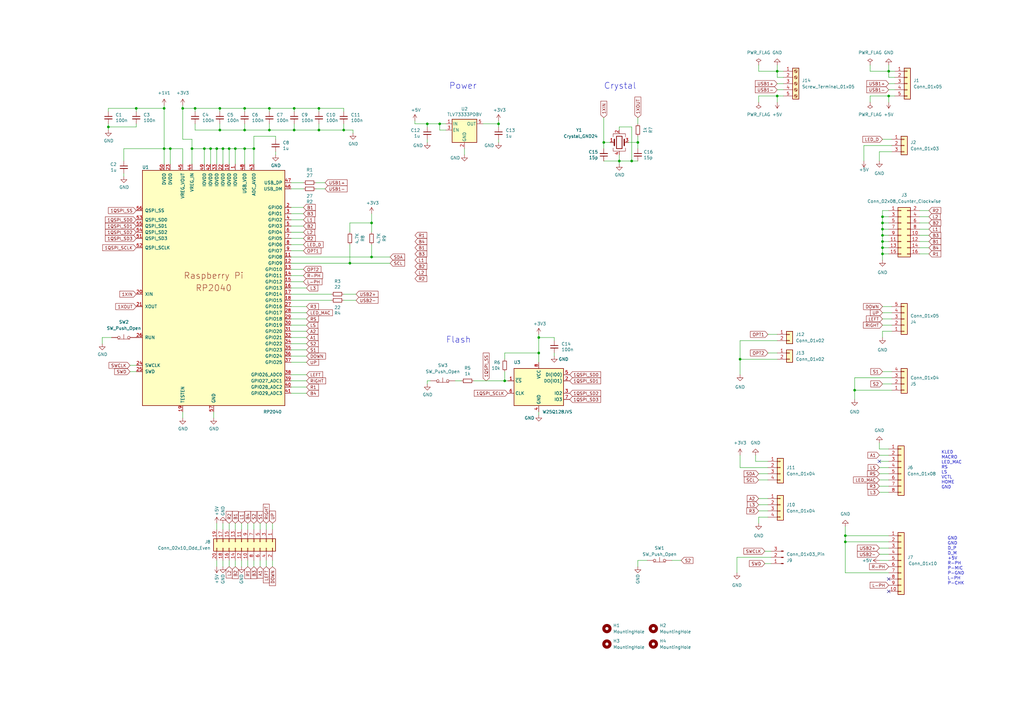
<source format=kicad_sch>
(kicad_sch (version 20230121) (generator eeschema)
  (paper "A3")
  (junction (at 130.81 44.45))
  (junction (at 204.47 50.8))
  (junction (at 67.31 44.45))
  (junction (at 83.82 60.96))
  (junction (at 91.44 60.96))
  (junction (at 259.08 66.04))
  (junction (at 152.4 91.44))
  (junction (at 86.36 60.96))
  (junction (at 350.52 160.02))
  (junction (at 90.17 53.34))
  (junction (at 361.95 96.52))
  (junction (at 361.95 93.98))
  (junction (at 80.01 44.45))
  (junction (at 152.4 105.41))
  (junction (at 93.98 60.96))
  (junction (at 104.14 60.96))
  (junction (at 254 66.04))
  (junction (at 130.81 53.34))
  (junction (at 303.53 147.32))
  (junction (at 247.65 58.42))
  (junction (at 100.33 44.45))
  (junction (at 364.49 39.37))
  (junction (at 318.77 39.37))
  (junction (at 346.71 219.71))
  (junction (at 220.98 144.78))
  (junction (at 361.95 99.06))
  (junction (at 120.65 53.34))
  (junction (at 96.52 60.96))
  (junction (at 261.62 58.42))
  (junction (at 100.33 53.34))
  (junction (at 110.49 44.45))
  (junction (at 143.51 107.95))
  (junction (at 220.98 138.43))
  (junction (at 74.93 44.45))
  (junction (at 207.01 156.21))
  (junction (at 44.45 52.07))
  (junction (at 361.95 101.6))
  (junction (at 69.85 60.96))
  (junction (at 318.77 29.21))
  (junction (at 361.95 91.44))
  (junction (at 180.34 50.8))
  (junction (at 120.65 44.45))
  (junction (at 67.31 60.96))
  (junction (at 55.88 44.45))
  (junction (at 361.95 88.9))
  (junction (at 175.26 50.8))
  (junction (at 88.9 60.96))
  (junction (at 78.74 60.96))
  (junction (at 110.49 53.34))
  (junction (at 100.33 60.96))
  (junction (at 364.49 29.21))
  (junction (at 140.97 53.34))
  (junction (at 346.71 222.25))
  (junction (at 361.95 104.14))
  (junction (at 90.17 44.45))
  (no_connect (at 360.68 189.23))
  (no_connect (at 364.49 242.57))
  (no_connect (at 364.49 237.49))
  (wire (pts (xy 110.49 44.45) (xy 120.65 44.45)))
  (wire (pts (xy 88.9 214.63) (xy 88.9 217.17)))
  (wire (pts (xy 119.38 123.19) (xy 135.89 123.19)))
  (wire (pts (xy 93.98 232.41) (xy 93.98 229.87)))
  (wire (pts (xy 69.85 60.96) (xy 69.85 67.31)))
  (wire (pts (xy 364.49 36.83) (xy 367.03 36.83)))
  (wire (pts (xy 91.44 232.41) (xy 91.44 229.87)))
  (wire (pts (xy 257.81 58.42) (xy 261.62 58.42)))
  (wire (pts (xy 365.76 59.69) (xy 354.33 59.69)))
  (wire (pts (xy 361.95 135.89) (xy 365.76 135.89)))
  (wire (pts (xy 321.31 39.37) (xy 318.77 39.37)))
  (wire (pts (xy 100.33 60.96) (xy 104.14 60.96)))
  (wire (pts (xy 364.49 91.44) (xy 361.95 91.44)))
  (wire (pts (xy 254 66.04) (xy 254 67.31)))
  (wire (pts (xy 143.51 95.25) (xy 143.51 91.44)))
  (wire (pts (xy 144.78 53.34) (xy 144.78 54.61)))
  (wire (pts (xy 110.49 53.34) (xy 120.65 53.34)))
  (wire (pts (xy 311.15 41.91) (xy 311.15 39.37)))
  (wire (pts (xy 119.38 105.41) (xy 152.4 105.41)))
  (wire (pts (xy 302.26 234.95) (xy 302.26 228.6)))
  (wire (pts (xy 140.97 45.72) (xy 140.97 44.45)))
  (wire (pts (xy 119.38 102.87) (xy 124.46 102.87)))
  (wire (pts (xy 67.31 60.96) (xy 69.85 60.96)))
  (wire (pts (xy 314.96 137.16) (xy 318.77 137.16)))
  (wire (pts (xy 125.73 133.35) (xy 119.38 133.35)))
  (wire (pts (xy 309.88 186.69) (xy 309.88 189.23)))
  (wire (pts (xy 377.19 99.06) (xy 381 99.06)))
  (wire (pts (xy 74.93 60.96) (xy 74.93 67.31)))
  (wire (pts (xy 361.95 125.73) (xy 365.76 125.73)))
  (wire (pts (xy 80.01 44.45) (xy 90.17 44.45)))
  (wire (pts (xy 80.01 45.72) (xy 80.01 44.45)))
  (wire (pts (xy 314.96 212.09) (xy 311.15 212.09)))
  (wire (pts (xy 120.65 50.8) (xy 120.65 53.34)))
  (wire (pts (xy 261.62 229.87) (xy 261.62 232.41)))
  (wire (pts (xy 361.95 104.14) (xy 361.95 101.6)))
  (wire (pts (xy 119.38 146.05) (xy 125.73 146.05)))
  (wire (pts (xy 364.49 39.37) (xy 364.49 41.91)))
  (wire (pts (xy 265.43 229.87) (xy 261.62 229.87)))
  (wire (pts (xy 152.4 87.63) (xy 152.4 91.44)))
  (wire (pts (xy 364.49 101.6) (xy 361.95 101.6)))
  (wire (pts (xy 129.54 74.93) (xy 133.35 74.93)))
  (wire (pts (xy 143.51 91.44) (xy 152.4 91.44)))
  (wire (pts (xy 93.98 214.63) (xy 93.98 217.17)))
  (wire (pts (xy 361.95 86.36) (xy 364.49 86.36)))
  (wire (pts (xy 259.08 66.04) (xy 254 66.04)))
  (wire (pts (xy 377.19 104.14) (xy 381 104.14)))
  (wire (pts (xy 356.87 41.91) (xy 356.87 39.37)))
  (wire (pts (xy 361.95 57.15) (xy 365.76 57.15)))
  (wire (pts (xy 311.15 212.09) (xy 311.15 214.63)))
  (wire (pts (xy 360.68 194.31) (xy 364.49 194.31)))
  (wire (pts (xy 78.74 57.15) (xy 74.93 57.15)))
  (wire (pts (xy 360.68 66.04) (xy 360.68 62.23)))
  (wire (pts (xy 364.49 104.14) (xy 361.95 104.14)))
  (wire (pts (xy 360.68 199.39) (xy 364.49 199.39)))
  (wire (pts (xy 364.49 29.21) (xy 364.49 26.67)))
  (wire (pts (xy 69.85 60.96) (xy 74.93 60.96)))
  (wire (pts (xy 303.53 139.7) (xy 318.77 139.7)))
  (wire (pts (xy 140.97 53.34) (xy 144.78 53.34)))
  (wire (pts (xy 311.15 39.37) (xy 318.77 39.37)))
  (wire (pts (xy 93.98 67.31) (xy 93.98 60.96)))
  (wire (pts (xy 220.98 144.78) (xy 220.98 138.43)))
  (wire (pts (xy 254 63.5) (xy 254 66.04)))
  (wire (pts (xy 124.46 100.33) (xy 119.38 100.33)))
  (wire (pts (xy 361.95 135.89) (xy 361.95 138.43)))
  (wire (pts (xy 74.93 57.15) (xy 74.93 44.45)))
  (wire (pts (xy 204.47 49.53) (xy 204.47 50.8)))
  (wire (pts (xy 361.95 99.06) (xy 361.95 96.52)))
  (wire (pts (xy 125.73 138.43) (xy 119.38 138.43)))
  (wire (pts (xy 360.68 201.93) (xy 364.49 201.93)))
  (wire (pts (xy 361.95 106.68) (xy 361.95 104.14)))
  (wire (pts (xy 346.71 219.71) (xy 346.71 215.9)))
  (wire (pts (xy 83.82 60.96) (xy 86.36 60.96)))
  (wire (pts (xy 100.33 67.31) (xy 100.33 60.96)))
  (wire (pts (xy 113.03 62.23) (xy 113.03 63.5)))
  (wire (pts (xy 99.06 232.41) (xy 99.06 229.87)))
  (wire (pts (xy 78.74 67.31) (xy 78.74 60.96)))
  (wire (pts (xy 99.06 214.63) (xy 99.06 217.17)))
  (wire (pts (xy 119.38 107.95) (xy 143.51 107.95)))
  (wire (pts (xy 254 52.07) (xy 259.08 52.07)))
  (wire (pts (xy 170.18 50.8) (xy 170.18 49.53)))
  (wire (pts (xy 356.87 26.67) (xy 356.87 29.21)))
  (wire (pts (xy 78.74 60.96) (xy 78.74 57.15)))
  (wire (pts (xy 111.76 214.63) (xy 111.76 217.17)))
  (wire (pts (xy 143.51 100.33) (xy 143.51 107.95)))
  (wire (pts (xy 100.33 50.8) (xy 100.33 53.34)))
  (wire (pts (xy 78.74 60.96) (xy 83.82 60.96)))
  (wire (pts (xy 55.88 44.45) (xy 67.31 44.45)))
  (wire (pts (xy 207.01 152.4) (xy 207.01 156.21)))
  (wire (pts (xy 110.49 45.72) (xy 110.49 44.45)))
  (wire (pts (xy 120.65 45.72) (xy 120.65 44.45)))
  (wire (pts (xy 55.88 45.72) (xy 55.88 44.45)))
  (wire (pts (xy 361.95 91.44) (xy 361.95 88.9)))
  (wire (pts (xy 100.33 45.72) (xy 100.33 44.45)))
  (wire (pts (xy 100.33 53.34) (xy 110.49 53.34)))
  (wire (pts (xy 119.38 77.47) (xy 124.46 77.47)))
  (wire (pts (xy 125.73 125.73) (xy 119.38 125.73)))
  (wire (pts (xy 124.46 110.49) (xy 119.38 110.49)))
  (wire (pts (xy 367.03 31.75) (xy 364.49 31.75)))
  (wire (pts (xy 220.98 138.43) (xy 227.33 138.43)))
  (wire (pts (xy 93.98 60.96) (xy 96.52 60.96)))
  (wire (pts (xy 346.71 219.71) (xy 364.49 219.71)))
  (wire (pts (xy 44.45 44.45) (xy 55.88 44.45)))
  (wire (pts (xy 311.15 26.67) (xy 311.15 29.21)))
  (wire (pts (xy 365.76 160.02) (xy 350.52 160.02)))
  (wire (pts (xy 361.95 128.27) (xy 365.76 128.27)))
  (wire (pts (xy 119.38 158.75) (xy 125.73 158.75)))
  (wire (pts (xy 318.77 29.21) (xy 321.31 29.21)))
  (wire (pts (xy 175.26 156.21) (xy 176.53 156.21)))
  (wire (pts (xy 303.53 191.77) (xy 303.53 186.69)))
  (wire (pts (xy 360.68 196.85) (xy 364.49 196.85)))
  (wire (pts (xy 350.52 154.94) (xy 350.52 160.02)))
  (wire (pts (xy 124.46 90.17) (xy 119.38 90.17)))
  (wire (pts (xy 143.51 107.95) (xy 160.02 107.95)))
  (wire (pts (xy 311.15 204.47) (xy 314.96 204.47)))
  (wire (pts (xy 361.95 96.52) (xy 361.95 93.98)))
  (wire (pts (xy 96.52 232.41) (xy 96.52 229.87)))
  (wire (pts (xy 220.98 168.91) (xy 220.98 170.18)))
  (wire (pts (xy 364.49 31.75) (xy 364.49 29.21)))
  (wire (pts (xy 120.65 44.45) (xy 130.81 44.45)))
  (wire (pts (xy 247.65 58.42) (xy 247.65 60.96)))
  (wire (pts (xy 129.54 77.47) (xy 133.35 77.47)))
  (wire (pts (xy 350.52 160.02) (xy 350.52 163.83)))
  (wire (pts (xy 109.22 214.63) (xy 109.22 217.17)))
  (wire (pts (xy 175.26 57.15) (xy 175.26 58.42)))
  (wire (pts (xy 44.45 50.8) (xy 44.45 52.07)))
  (wire (pts (xy 220.98 144.78) (xy 220.98 148.59)))
  (wire (pts (xy 90.17 50.8) (xy 90.17 53.34)))
  (wire (pts (xy 44.45 52.07) (xy 44.45 53.34)))
  (wire (pts (xy 247.65 66.04) (xy 254 66.04)))
  (wire (pts (xy 204.47 57.15) (xy 204.47 58.42)))
  (wire (pts (xy 44.45 52.07) (xy 55.88 52.07)))
  (wire (pts (xy 311.15 29.21) (xy 318.77 29.21)))
  (wire (pts (xy 88.9 232.41) (xy 88.9 229.87)))
  (wire (pts (xy 377.19 88.9) (xy 381 88.9)))
  (wire (pts (xy 130.81 44.45) (xy 140.97 44.45)))
  (wire (pts (xy 361.95 133.35) (xy 365.76 133.35)))
  (wire (pts (xy 377.19 96.52) (xy 381 96.52)))
  (wire (pts (xy 254 53.34) (xy 254 52.07)))
  (wire (pts (xy 109.22 232.41) (xy 109.22 229.87)))
  (wire (pts (xy 130.81 50.8) (xy 130.81 53.34)))
  (wire (pts (xy 124.46 113.03) (xy 119.38 113.03)))
  (wire (pts (xy 91.44 60.96) (xy 93.98 60.96)))
  (wire (pts (xy 119.38 135.89) (xy 125.73 135.89)))
  (wire (pts (xy 207.01 144.78) (xy 220.98 144.78)))
  (wire (pts (xy 261.62 58.42) (xy 261.62 60.96)))
  (wire (pts (xy 140.97 123.19) (xy 146.05 123.19)))
  (wire (pts (xy 96.52 60.96) (xy 100.33 60.96)))
  (wire (pts (xy 311.15 207.01) (xy 314.96 207.01)))
  (wire (pts (xy 119.38 156.21) (xy 125.73 156.21)))
  (wire (pts (xy 356.87 29.21) (xy 364.49 29.21)))
  (wire (pts (xy 227.33 138.43) (xy 227.33 139.7)))
  (wire (pts (xy 361.95 157.48) (xy 365.76 157.48)))
  (wire (pts (xy 361.95 88.9) (xy 361.95 86.36)))
  (wire (pts (xy 119.38 120.65) (xy 135.89 120.65)))
  (wire (pts (xy 261.62 66.04) (xy 259.08 66.04)))
  (wire (pts (xy 377.19 101.6) (xy 381 101.6)))
  (wire (pts (xy 124.46 92.71) (xy 119.38 92.71)))
  (wire (pts (xy 364.49 96.52) (xy 361.95 96.52)))
  (wire (pts (xy 74.93 168.91) (xy 74.93 171.45)))
  (wire (pts (xy 119.38 140.97) (xy 125.73 140.97)))
  (wire (pts (xy 119.38 74.93) (xy 124.46 74.93)))
  (wire (pts (xy 87.63 168.91) (xy 87.63 171.45)))
  (wire (pts (xy 124.46 95.25) (xy 119.38 95.25)))
  (wire (pts (xy 190.5 60.96) (xy 190.5 63.5)))
  (wire (pts (xy 106.68 232.41) (xy 106.68 229.87)))
  (wire (pts (xy 361.95 93.98) (xy 361.95 91.44)))
  (wire (pts (xy 367.03 39.37) (xy 364.49 39.37)))
  (wire (pts (xy 360.68 227.33) (xy 364.49 227.33)))
  (wire (pts (xy 261.62 50.8) (xy 261.62 48.26)))
  (wire (pts (xy 247.65 48.26) (xy 247.65 58.42)))
  (wire (pts (xy 125.73 118.11) (xy 119.38 118.11)))
  (wire (pts (xy 74.93 43.18) (xy 74.93 44.45)))
  (wire (pts (xy 124.46 97.79) (xy 119.38 97.79)))
  (wire (pts (xy 361.95 101.6) (xy 361.95 99.06)))
  (wire (pts (xy 41.91 138.43) (xy 41.91 140.97)))
  (wire (pts (xy 111.76 232.41) (xy 111.76 229.87)))
  (wire (pts (xy 182.88 53.34) (xy 180.34 53.34)))
  (wire (pts (xy 101.6 214.63) (xy 101.6 217.17)))
  (wire (pts (xy 346.71 222.25) (xy 364.49 222.25)))
  (wire (pts (xy 186.69 156.21) (xy 189.23 156.21)))
  (wire (pts (xy 360.68 229.87) (xy 364.49 229.87)))
  (wire (pts (xy 101.6 232.41) (xy 101.6 229.87)))
  (wire (pts (xy 364.49 88.9) (xy 361.95 88.9)))
  (wire (pts (xy 152.4 105.41) (xy 160.02 105.41)))
  (wire (pts (xy 119.38 143.51) (xy 125.73 143.51)))
  (wire (pts (xy 119.38 153.67) (xy 125.73 153.67)))
  (wire (pts (xy 318.77 31.75) (xy 318.77 29.21)))
  (wire (pts (xy 311.15 196.85) (xy 314.96 196.85)))
  (wire (pts (xy 220.98 138.43) (xy 220.98 137.16)))
  (wire (pts (xy 104.14 214.63) (xy 104.14 217.17)))
  (wire (pts (xy 318.77 39.37) (xy 318.77 41.91)))
  (wire (pts (xy 364.49 99.06) (xy 361.95 99.06)))
  (wire (pts (xy 318.77 29.21) (xy 318.77 26.67)))
  (wire (pts (xy 318.77 147.32) (xy 303.53 147.32)))
  (wire (pts (xy 86.36 60.96) (xy 88.9 60.96)))
  (wire (pts (xy 318.77 34.29) (xy 321.31 34.29)))
  (wire (pts (xy 83.82 67.31) (xy 83.82 60.96)))
  (wire (pts (xy 53.34 149.86) (xy 55.88 149.86)))
  (wire (pts (xy 124.46 115.57) (xy 119.38 115.57)))
  (wire (pts (xy 152.4 91.44) (xy 152.4 95.25)))
  (wire (pts (xy 119.38 161.29) (xy 125.73 161.29)))
  (wire (pts (xy 119.38 148.59) (xy 125.73 148.59)))
  (wire (pts (xy 100.33 44.45) (xy 110.49 44.45)))
  (wire (pts (xy 354.33 59.69) (xy 354.33 66.04)))
  (wire (pts (xy 364.49 184.15) (xy 360.68 184.15)))
  (wire (pts (xy 377.19 93.98) (xy 381 93.98)))
  (wire (pts (xy 55.88 52.07) (xy 55.88 50.8)))
  (wire (pts (xy 90.17 53.34) (xy 100.33 53.34)))
  (wire (pts (xy 80.01 50.8) (xy 80.01 53.34)))
  (wire (pts (xy 182.88 50.8) (xy 180.34 50.8)))
  (wire (pts (xy 303.53 147.32) (xy 303.53 153.67)))
  (wire (pts (xy 130.81 45.72) (xy 130.81 44.45)))
  (wire (pts (xy 250.19 58.42) (xy 247.65 58.42)))
  (wire (pts (xy 313.69 226.06) (xy 316.23 226.06)))
  (wire (pts (xy 67.31 43.18) (xy 67.31 44.45)))
  (wire (pts (xy 96.52 214.63) (xy 96.52 217.17)))
  (wire (pts (xy 180.34 53.34) (xy 180.34 50.8)))
  (wire (pts (xy 360.68 189.23) (xy 364.49 189.23)))
  (wire (pts (xy 110.49 50.8) (xy 110.49 53.34)))
  (wire (pts (xy 50.8 60.96) (xy 67.31 60.96)))
  (wire (pts (xy 45.72 138.43) (xy 41.91 138.43)))
  (wire (pts (xy 124.46 87.63) (xy 119.38 87.63)))
  (wire (pts (xy 302.26 228.6) (xy 316.23 228.6)))
  (wire (pts (xy 91.44 67.31) (xy 91.44 60.96)))
  (wire (pts (xy 130.81 53.34) (xy 140.97 53.34)))
  (wire (pts (xy 50.8 66.04) (xy 50.8 60.96)))
  (wire (pts (xy 377.19 86.36) (xy 381 86.36)))
  (wire (pts (xy 90.17 44.45) (xy 100.33 44.45)))
  (wire (pts (xy 74.93 44.45) (xy 80.01 44.45)))
  (wire (pts (xy 346.71 219.71) (xy 346.71 222.25)))
  (wire (pts (xy 50.8 71.12) (xy 50.8 72.39)))
  (wire (pts (xy 207.01 147.32) (xy 207.01 144.78)))
  (wire (pts (xy 207.01 156.21) (xy 208.28 156.21)))
  (wire (pts (xy 90.17 53.34) (xy 80.01 53.34)))
  (wire (pts (xy 140.97 50.8) (xy 140.97 53.34)))
  (wire (pts (xy 311.15 194.31) (xy 314.96 194.31)))
  (wire (pts (xy 261.62 58.42) (xy 261.62 55.88)))
  (wire (pts (xy 360.68 184.15) (xy 360.68 181.61)))
  (wire (pts (xy 321.31 31.75) (xy 318.77 31.75)))
  (wire (pts (xy 67.31 60.96) (xy 67.31 67.31)))
  (wire (pts (xy 124.46 85.09) (xy 119.38 85.09)))
  (wire (pts (xy 170.18 50.8) (xy 175.26 50.8)))
  (wire (pts (xy 175.26 52.07) (xy 175.26 50.8)))
  (wire (pts (xy 198.12 50.8) (xy 204.47 50.8)))
  (wire (pts (xy 53.34 152.4) (xy 55.88 152.4)))
  (wire (pts (xy 106.68 214.63) (xy 106.68 217.17)))
  (wire (pts (xy 175.26 156.21) (xy 175.26 157.48)))
  (wire (pts (xy 204.47 50.8) (xy 204.47 52.07)))
  (wire (pts (xy 311.15 209.55) (xy 314.96 209.55)))
  (wire (pts (xy 119.38 128.27) (xy 125.73 128.27)))
  (wire (pts (xy 88.9 60.96) (xy 91.44 60.96)))
  (wire (pts (xy 96.52 67.31) (xy 96.52 60.96)))
  (wire (pts (xy 91.44 214.63) (xy 91.44 217.17)))
  (wire (pts (xy 120.65 53.34) (xy 130.81 53.34)))
  (wire (pts (xy 360.68 186.69) (xy 364.49 186.69)))
  (wire (pts (xy 314.96 144.78) (xy 318.77 144.78)))
  (wire (pts (xy 259.08 52.07) (xy 259.08 66.04)))
  (wire (pts (xy 125.73 130.81) (xy 119.38 130.81)))
  (wire (pts (xy 104.14 55.88) (xy 113.03 55.88)))
  (wire (pts (xy 364.49 29.21) (xy 367.03 29.21)))
  (wire (pts (xy 227.33 144.78) (xy 227.33 146.05)))
  (wire (pts (xy 346.71 222.25) (xy 346.71 234.95)))
  (wire (pts (xy 365.76 154.94) (xy 350.52 154.94)))
  (wire (pts (xy 318.77 36.83) (xy 321.31 36.83)))
  (wire (pts (xy 361.95 130.81) (xy 365.76 130.81)))
  (wire (pts (xy 194.31 156.21) (xy 207.01 156.21)))
  (wire (pts (xy 86.36 67.31) (xy 86.36 60.96)))
  (wire (pts (xy 360.68 224.79) (xy 364.49 224.79)))
  (wire (pts (xy 303.53 139.7) (xy 303.53 147.32)))
  (wire (pts (xy 90.17 45.72) (xy 90.17 44.45)))
  (wire (pts (xy 346.71 234.95) (xy 364.49 234.95)))
  (wire (pts (xy 175.26 50.8) (xy 180.34 50.8)))
  (wire (pts (xy 360.68 191.77) (xy 364.49 191.77)))
  (wire (pts (xy 303.53 191.77) (xy 314.96 191.77)))
  (wire (pts (xy 104.14 232.41) (xy 104.14 229.87)))
  (wire (pts (xy 356.87 39.37) (xy 364.49 39.37)))
  (wire (pts (xy 113.03 57.15) (xy 113.03 55.88)))
  (wire (pts (xy 104.14 55.88) (xy 104.14 60.96)))
  (wire (pts (xy 364.49 93.98) (xy 361.95 93.98)))
  (wire (pts (xy 44.45 45.72) (xy 44.45 44.45)))
  (wire (pts (xy 364.49 34.29) (xy 367.03 34.29)))
  (wire (pts (xy 279.4 229.87) (xy 275.59 229.87)))
  (wire (pts (xy 377.19 91.44) (xy 381 91.44)))
  (wire (pts (xy 313.69 231.14) (xy 316.23 231.14)))
  (wire (pts (xy 88.9 67.31) (xy 88.9 60.96)))
  (wire (pts (xy 360.68 62.23) (xy 365.76 62.23)))
  (wire (pts (xy 152.4 100.33) (xy 152.4 105.41)))
  (wire (pts (xy 309.88 189.23) (xy 314.96 189.23)))
  (wire (pts (xy 67.31 44.45) (xy 67.31 60.96)))
  (wire (pts (xy 104.14 60.96) (xy 104.14 67.31)))
  (wire (pts (xy 361.95 152.4) (xy 365.76 152.4)))
  (wire (pts (xy 140.97 120.65) (xy 146.05 120.65)))
  (text "Power" (at 184.15 36.83 0) (effects (font (size 2.54 2.54)) (justify left bottom)))
  (text "Crystal" (at 247.65 36.83 0) (effects (font (size 2.54 2.54)) (justify left bottom)))
  (text "GND\nGND\nD_P\nD_M\n+5V\nR-PH\nP-MIC\nP-GND\nL-PH\nP-CHK" (at 388.62 240.03 0) (effects (font (size 1.27 1.27)) (justify left bottom)))
  (text "KLED\nMACRO\nLED_MAC\nRS\nLS\nVCTL\nHOME\nGND" (at 386.08 200.66 0) (effects (font (size 1.27 1.27)) (justify left bottom)))
  (text "Flash" (at 182.88 140.97 0) (effects (font (size 2.54 2.54)) (justify left bottom)))
  (global_label "A1" (shape input) (at 106.68 232.41 270) (property "Intersheetrefs" "${INTERSHEET_REFS}" (effects hide)))
  (global_label "SDA" (shape input) (at 160.02 105.41 0) (property "Intersheetrefs" "${INTERSHEET_REFS}" (effects hide)))
  (global_label "USB1+" (shape input) (at 133.35 74.93 0) (property "Intersheetrefs" "${INTERSHEET_REFS}" (effects hide)))
  (global_label "1QSPI_SS" (shape input) (at 199.39 156.21 90) (property "Intersheetrefs" "${INTERSHEET_REFS}" (effects hide)))
  (global_label "1QSPI_SD1" (shape input) (at 55.88 92.71 180) (property "Intersheetrefs" "${INTERSHEET_REFS}" (effects hide)))
  (global_label "SWD" (shape input) (at 53.34 152.4 180) (property "Intersheetrefs" "${INTERSHEET_REFS}" (effects hide)))
  (global_label "USB1-" (shape input) (at 318.77 36.83 180) (property "Intersheetrefs" "${INTERSHEET_REFS}" (effects hide)))
  (global_label "1XIN" (shape input) (at 55.88 120.65 180) (property "Intersheetrefs" "${INTERSHEET_REFS}" (effects hide)))
  (global_label "SCL" (shape input) (at 160.02 107.95 0) (property "Intersheetrefs" "${INTERSHEET_REFS}" (effects hide)))
  (global_label "S2" (shape input) (at 279.4 229.87 0) (property "Intersheetrefs" "${INTERSHEET_REFS}" (effects hide)))
  (global_label "USB1-" (shape input) (at 133.35 77.47 0) (property "Intersheetrefs" "${INTERSHEET_REFS}" (effects hide)))
  (global_label "OPT2" (shape input) (at 124.46 110.49 0) (property "Intersheetrefs" "${INTERSHEET_REFS}" (effects hide)))
  (global_label "R2" (shape input) (at 124.46 97.79 0) (property "Intersheetrefs" "${INTERSHEET_REFS}" (effects hide)))
  (global_label "LED_D" (shape input) (at 124.46 100.33 0) (property "Intersheetrefs" "${INTERSHEET_REFS}" (effects hide)))
  (global_label "B4" (shape input) (at 381 101.6 0) (property "Intersheetrefs" "${INTERSHEET_REFS}" (effects hide)))
  (global_label "S1" (shape input) (at 106.68 214.63 90) (property "Intersheetrefs" "${INTERSHEET_REFS}" (effects hide)))
  (global_label "1QSPI_SCLK" (shape input) (at 55.88 101.6 180) (property "Intersheetrefs" "${INTERSHEET_REFS}" (effects hide)))
  (global_label "1QSPI_SD3" (shape input) (at 55.88 97.79 180) (property "Intersheetrefs" "${INTERSHEET_REFS}" (effects hide)))
  (global_label "A2" (shape input) (at 311.15 204.47 180) (property "Intersheetrefs" "${INTERSHEET_REFS}" (effects hide)))
  (global_label "R1" (shape input) (at 101.6 232.41 270) (property "Intersheetrefs" "${INTERSHEET_REFS}" (effects hide)))
  (global_label "B2" (shape input) (at 96.52 232.41 270) (property "Intersheetrefs" "${INTERSHEET_REFS}" (effects hide)))
  (global_label "SWCLK" (shape input) (at 53.34 149.86 180) (property "Intersheetrefs" "${INTERSHEET_REFS}" (effects hide)))
  (global_label "LED_D" (shape input) (at 361.95 57.15 180) (property "Intersheetrefs" "${INTERSHEET_REFS}" (effects hide)))
  (global_label "B4" (shape input) (at 125.73 161.29 0) (property "Intersheetrefs" "${INTERSHEET_REFS}" (effects hide)))
  (global_label "R2" (shape input) (at 381 86.36 0) (property "Intersheetrefs" "${INTERSHEET_REFS}" (effects hide)))
  (global_label "1XOUT" (shape input) (at 261.62 48.26 90) (property "Intersheetrefs" "${INTERSHEET_REFS}" (effects hide)))
  (global_label "SWCLK" (shape input) (at 313.69 226.06 180) (property "Intersheetrefs" "${INTERSHEET_REFS}" (effects hide)))
  (global_label "L2" (shape input) (at 381 88.9 0) (property "Intersheetrefs" "${INTERSHEET_REFS}" (effects hide)))
  (global_label "R1" (shape input) (at 125.73 158.75 0) (property "Intersheetrefs" "${INTERSHEET_REFS}" (effects hide)))
  (global_label "R2" (shape input) (at 170.18 114.3 0) (property "Intersheetrefs" "${INTERSHEET_REFS}" (effects hide)))
  (global_label "UP" (shape input) (at 125.73 148.59 0) (property "Intersheetrefs" "${INTERSHEET_REFS}" (effects hide)))
  (global_label "L3" (shape input) (at 360.68 201.93 180) (property "Intersheetrefs" "${INTERSHEET_REFS}" (effects hide)))
  (global_label "DOWN" (shape input) (at 361.95 125.73 180) (property "Intersheetrefs" "${INTERSHEET_REFS}" (effects hide)))
  (global_label "B2" (shape input) (at 381 91.44 0) (property "Intersheetrefs" "${INTERSHEET_REFS}" (effects hide)))
  (global_label "1QSPI_SS" (shape input) (at 55.88 86.36 180) (property "Intersheetrefs" "${INTERSHEET_REFS}" (effects hide)))
  (global_label "USB2-" (shape input) (at 360.68 227.33 180) (property "Intersheetrefs" "${INTERSHEET_REFS}" (effects hide)))
  (global_label "RIGHT" (shape input) (at 361.95 133.35 180) (property "Intersheetrefs" "${INTERSHEET_REFS}" (effects hide)))
  (global_label "L3" (shape input) (at 311.15 207.01 180) (property "Intersheetrefs" "${INTERSHEET_REFS}" (effects hide)))
  (global_label "SDA" (shape input) (at 311.15 194.31 180) (property "Intersheetrefs" "${INTERSHEET_REFS}" (effects hide)))
  (global_label "B1" (shape input) (at 170.18 101.6 0) (property "Intersheetrefs" "${INTERSHEET_REFS}" (effects hide)))
  (global_label "USB1+" (shape input) (at 364.49 34.29 180) (property "Intersheetrefs" "${INTERSHEET_REFS}" (effects hide)))
  (global_label "LEFT" (shape input) (at 109.22 232.41 270) (property "Intersheetrefs" "${INTERSHEET_REFS}" (effects hide)))
  (global_label "L2" (shape input) (at 124.46 95.25 0) (property "Intersheetrefs" "${INTERSHEET_REFS}" (effects hide)))
  (global_label "LS" (shape input) (at 125.73 133.35 0) (property "Intersheetrefs" "${INTERSHEET_REFS}" (effects hide)))
  (global_label "B1" (shape input) (at 124.46 85.09 0) (property "Intersheetrefs" "${INTERSHEET_REFS}" (effects hide)))
  (global_label "1QSPI_SD1" (shape input) (at 233.68 156.21 0) (property "Intersheetrefs" "${INTERSHEET_REFS}" (effects hide)))
  (global_label "B4" (shape input) (at 170.18 99.06 0) (property "Intersheetrefs" "${INTERSHEET_REFS}" (effects hide)))
  (global_label "L-PH" (shape input) (at 364.49 240.03 180) (property "Intersheetrefs" "${INTERSHEET_REFS}" (effects hide)))
  (global_label "L-PH" (shape input) (at 124.46 115.57 0) (property "Intersheetrefs" "${INTERSHEET_REFS}" (effects hide)))
  (global_label "1QSPI_SD3" (shape input) (at 233.68 163.83 0) (property "Intersheetrefs" "${INTERSHEET_REFS}" (effects hide)))
  (global_label "L2" (shape input) (at 170.18 111.76 0) (property "Intersheetrefs" "${INTERSHEET_REFS}" (effects hide)))
  (global_label "R1" (shape input) (at 381 104.14 0) (property "Intersheetrefs" "${INTERSHEET_REFS}" (effects hide)))
  (global_label "B3" (shape input) (at 170.18 104.14 0) (property "Intersheetrefs" "${INTERSHEET_REFS}" (effects hide)))
  (global_label "USB2+" (shape input) (at 360.68 224.79 180) (property "Intersheetrefs" "${INTERSHEET_REFS}" (effects hide)))
  (global_label "B1" (shape input) (at 381 99.06 0) (property "Intersheetrefs" "${INTERSHEET_REFS}" (effects hide)))
  (global_label "USB1-" (shape input) (at 364.49 36.83 180) (property "Intersheetrefs" "${INTERSHEET_REFS}" (effects hide)))
  (global_label "SCL" (shape input) (at 311.15 196.85 180) (property "Intersheetrefs" "${INTERSHEET_REFS}" (effects hide)))
  (global_label "S2" (shape input) (at 361.95 157.48 180) (property "Intersheetrefs" "${INTERSHEET_REFS}" (effects hide)))
  (global_label "S1" (shape input) (at 125.73 143.51 0) (property "Intersheetrefs" "${INTERSHEET_REFS}" (effects hide)))
  (global_label "S2" (shape input) (at 125.73 140.97 0) (property "Intersheetrefs" "${INTERSHEET_REFS}" (effects hide)))
  (global_label "B2" (shape input) (at 170.18 109.22 0) (property "Intersheetrefs" "${INTERSHEET_REFS}" (effects hide)))
  (global_label "R3" (shape input) (at 125.73 125.73 0) (property "Intersheetrefs" "${INTERSHEET_REFS}" (effects hide)))
  (global_label "OPT1" (shape input) (at 124.46 102.87 0) (property "Intersheetrefs" "${INTERSHEET_REFS}" (effects hide)))
  (global_label "1XIN" (shape input) (at 247.65 48.26 90) (property "Intersheetrefs" "${INTERSHEET_REFS}" (effects hide)))
  (global_label "A1" (shape input) (at 125.73 138.43 0) (property "Intersheetrefs" "${INTERSHEET_REFS}" (effects hide)))
  (global_label "1QSPI_SD0" (shape input) (at 233.68 153.67 0) (property "Intersheetrefs" "${INTERSHEET_REFS}" (effects hide)))
  (global_label "RS" (shape input) (at 125.73 130.81 0) (property "Intersheetrefs" "${INTERSHEET_REFS}" (effects hide)))
  (global_label "RIGHT" (shape input) (at 125.73 156.21 0) (property "Intersheetrefs" "${INTERSHEET_REFS}" (effects hide)))
  (global_label "RS" (shape input) (at 360.68 194.31 180) (property "Intersheetrefs" "${INTERSHEET_REFS}" (effects hide)))
  (global_label "S1" (shape input) (at 361.95 152.4 180) (property "Intersheetrefs" "${INTERSHEET_REFS}" (effects hide)))
  (global_label "1QSPI_SCLK" (shape input) (at 208.28 161.29 180) (property "Intersheetrefs" "${INTERSHEET_REFS}" (effects hide)))
  (global_label "OPT1" (shape input) (at 314.96 137.16 180) (property "Intersheetrefs" "${INTERSHEET_REFS}" (effects hide)))
  (global_label "R-PH" (shape input) (at 364.49 232.41 180) (property "Intersheetrefs" "${INTERSHEET_REFS}" (effects hide)))
  (global_label "B2" (shape input) (at 124.46 92.71 0) (property "Intersheetrefs" "${INTERSHEET_REFS}" (effects hide)))
  (global_label "A2" (shape input) (at 125.73 135.89 0) (property "Intersheetrefs" "${INTERSHEET_REFS}" (effects hide)))
  (global_label "R-PH" (shape input) (at 124.46 113.03 0) (property "Intersheetrefs" "${INTERSHEET_REFS}" (effects hide)))
  (global_label "B3" (shape input) (at 124.46 87.63 0) (property "Intersheetrefs" "${INTERSHEET_REFS}" (effects hide)))
  (global_label "R2" (shape input) (at 93.98 214.63 90) (property "Intersheetrefs" "${INTERSHEET_REFS}" (effects hide)))
  (global_label "UP" (shape input) (at 361.95 128.27 180) (property "Intersheetrefs" "${INTERSHEET_REFS}" (effects hide)))
  (global_label "LEFT" (shape input) (at 125.73 153.67 0) (property "Intersheetrefs" "${INTERSHEET_REFS}" (effects hide)))
  (global_label "1QSPI_SD0" (shape input) (at 55.88 90.17 180) (property "Intersheetrefs" "${INTERSHEET_REFS}" (effects hide)))
  (global_label "RIGHT" (shape input) (at 109.22 214.63 90) (property "Intersheetrefs" "${INTERSHEET_REFS}" (effects hide)))
  (global_label "LEFT" (shape input) (at 361.95 130.81 180) (property "Intersheetrefs" "${INTERSHEET_REFS}" (effects hide)))
  (global_label "L3" (shape input) (at 125.73 118.11 0) (property "Intersheetrefs" "${INTERSHEET_REFS}" (effects hide)))
  (global_label "LED_MAC" (shape input) (at 125.73 128.27 0) (property "Intersheetrefs" "${INTERSHEET_REFS}" (effects hide)))
  (global_label "R3" (shape input) (at 311.15 209.55 180) (property "Intersheetrefs" "${INTERSHEET_REFS}" (effects hide)))
  (global_label "1XOUT" (shape input) (at 55.88 125.73 180) (property "Intersheetrefs" "${INTERSHEET_REFS}" (effects hide)))
  (global_label "L1" (shape input) (at 381 93.98 0) (property "Intersheetrefs" "${INTERSHEET_REFS}" (effects hide)))
  (global_label "R1" (shape input) (at 170.18 96.52 0) (property "Intersheetrefs" "${INTERSHEET_REFS}" (effects hide)))
  (global_label "LED_MAC" (shape input) (at 360.68 196.85 180) (property "Intersheetrefs" "${INTERSHEET_REFS}" (effects hide)))
  (global_label "L2" (shape input) (at 93.98 232.41 270) (property "Intersheetrefs" "${INTERSHEET_REFS}" (effects hide)))
  (global_label "DOWN" (shape input) (at 125.73 146.05 0) (property "Intersheetrefs" "${INTERSHEET_REFS}" (effects hide)))
  (global_label "L1" (shape input) (at 124.46 90.17 0) (property "Intersheetrefs" "${INTERSHEET_REFS}" (effects hide)))
  (global_label "USB1+" (shape input) (at 318.77 34.29 180) (property "Intersheetrefs" "${INTERSHEET_REFS}" (effects hide)))
  (global_label "B1" (shape input) (at 96.52 214.63 90) (property "Intersheetrefs" "${INTERSHEET_REFS}" (effects hide)))
  (global_label "1QSPI_SD2" (shape input) (at 55.88 95.25 180) (property "Intersheetrefs" "${INTERSHEET_REFS}" (effects hide)))
  (global_label "B3" (shape input) (at 104.14 232.41 270) (property "Intersheetrefs" "${INTERSHEET_REFS}" (effects hide)))
  (global_label "1QSPI_SD2" (shape input) (at 233.68 161.29 0) (property "Intersheetrefs" "${INTERSHEET_REFS}" (effects hide)))
  (global_label "R3" (shape input) (at 360.68 199.39 180) (property "Intersheetrefs" "${INTERSHEET_REFS}" (effects hide)))
  (global_label "L1" (shape input) (at 99.06 214.63 90) (property "Intersheetrefs" "${INTERSHEET_REFS}" (effects hide)))
  (global_label "USB2-" (shape input) (at 146.05 123.19 0) (property "Intersheetrefs" "${INTERSHEET_REFS}" (effects hide)))
  (global_label "B4" (shape input) (at 101.6 214.63 90) (property "Intersheetrefs" "${INTERSHEET_REFS}" (effects hide)))
  (global_label "A1" (shape input) (at 360.68 186.69 180) (property "Intersheetrefs" "${INTERSHEET_REFS}" (effects hide)))
  (global_label "SWD" (shape input) (at 313.69 231.14 180) (property "Intersheetrefs" "${INTERSHEET_REFS}" (effects hide)))
  (global_label "LS" (shape input) (at 360.68 191.77 180) (property "Intersheetrefs" "${INTERSHEET_REFS}" (effects hide)))
  (global_label "UP" (shape input) (at 111.76 214.63 90) (property "Intersheetrefs" "${INTERSHEET_REFS}" (effects hide)))
  (global_label "S2" (shape input) (at 104.14 214.63 90) (property "Intersheetrefs" "${INTERSHEET_REFS}" (effects hide)))
  (global_label "B3" (shape input) (at 381 96.52 0) (property "Intersheetrefs" "${INTERSHEET_REFS}" (effects hide)))
  (global_label "OPT2" (shape input) (at 314.96 144.78 180) (property "Intersheetrefs" "${INTERSHEET_REFS}" (effects hide)))
  (global_label "USB2+" (shape input) (at 146.05 120.65 0) (property "Intersheetrefs" "${INTERSHEET_REFS}" (effects hide)))
  (global_label "L1" (shape input) (at 170.18 106.68 0) (property "Intersheetrefs" "${INTERSHEET_REFS}" (effects hide)))
  (global_label "DOWN" (shape input) (at 111.76 232.41 270) (property "Intersheetrefs" "${INTERSHEET_REFS}" (effects hide)))
  (symbol (lib_id "power:+5V") (at 318.77 41.91 0) (mirror x) (unit 1)
    (property "Reference" "#PWR043" (effects hide))
    (property "Value" "+5V" (at 318.77 46.99 0))
  )
  (symbol (lib_id "Device:C_Small") (at 261.62 63.5 0) (unit 1)
    (property "Reference" "C16" (at 263.9568 62.3316 0) (effects (justify left)))
    (property "Value" "15p" (at 263.9568 64.643 0) (effects (justify left)))
    (property "Footprint" "Capacitor_SMD:C_0402_1005Metric" (effects hide))
    (property "LCSC" "C1548" (effects hide))
  )
  (symbol (lib_id "power:GND") (at 113.03 63.5 0) (unit 1)
    (property "Reference" "#PWR012" (effects hide))
    (property "Value" "GND" (at 113.157 67.8942 0))
  )
  (symbol (lib_id "power:GND") (at 350.52 163.83 0) (unit 1)
    (property "Reference" "#PWR032" (effects hide))
    (property "Value" "GND" (at 350.52 168.91 0))
  )
  (symbol (lib_id "Device:C_Small") (at 140.97 48.26 0) (unit 1)
    (property "Reference" "C11" (at 143.891 47.0916 0) (effects (justify left)))
    (property "Value" "100n" (at 143.891 49.403 0) (effects (justify left)))
    (property "Footprint" "Capacitor_SMD:C_0402_1005Metric" (effects hide))
    (property "LCSC" "C1525" (effects hide))
  )
  (symbol (lib_id "power:GND") (at 144.78 54.61 0) (unit 1)
    (property "Reference" "#PWR013" (effects hide))
    (property "Value" "GND" (at 144.907 59.0042 0))
  )
  (symbol (lib_id "Switch:SW_Push_Open") (at 270.51 229.87 0) (unit 1)
    (property "Reference" "SW1" (at 270.51 224.79 0))
    (property "Value" "SW_Push_Open" (at 270.51 227.33 0))
    (property "Footprint" "Button_Switch_SMD:SW_Tactile_SPST_NO_Straight_CK_PTS636Sx25SMTRLFS" (effects hide))
    (property "LCSC" "C329185" (effects hide))
  )
  (symbol (lib_id "power:+1V1") (at 67.31 43.18 0) (unit 1)
    (property "Reference" "#PWR06" (effects hide))
    (property "Value" "+1V1" (at 67.31 38.1 0))
  )
  (symbol (lib_id "power:GND") (at 360.68 66.04 0) (mirror y) (unit 1)
    (property "Reference" "#PWR034" (effects hide))
    (property "Value" "GND" (at 360.68 71.12 0))
  )
  (symbol (lib_id "power:GND") (at 204.47 58.42 0) (unit 1)
    (property "Reference" "#PWR021" (effects hide))
    (property "Value" "GND" (at 200.66 59.69 0))
  )
  (symbol (lib_id "power:GND") (at 254 67.31 0) (unit 1)
    (property "Reference" "#PWR026" (effects hide))
    (property "Value" "GND" (at 254.127 71.7042 0))
  )
  (symbol (lib_id "Device:R_Small") (at 207.01 149.86 0) (mirror y) (unit 1)
    (property "Reference" "R6" (at 205.232 148.6916 0) (effects (justify left)))
    (property "Value" "10k" (at 205.232 151.003 0) (effects (justify left)))
    (property "Footprint" "Resistor_SMD:R_0402_1005Metric" (effects hide))
    (property "LCSC" "C25744" (effects hide))
  )
  (symbol (lib_id "power:GND") (at 360.68 181.61 180) (unit 1)
    (property "Reference" "#PWR01" (effects hide))
    (property "Value" "GND" (at 360.68 176.53 0))
  )
  (symbol (lib_id "power:GND") (at 364.49 26.67 0) (mirror x) (unit 1)
    (property "Reference" "#PWR07" (effects hide))
    (property "Value" "GND" (at 364.49 21.59 0))
  )
  (symbol (lib_id "Switch:SW_Push_Open") (at 181.61 156.21 0) (unit 1)
    (property "Reference" "SW3" (at 181.61 149.86 0))
    (property "Value" "SW_Push_Open" (at 181.61 152.4 0))
    (property "Footprint" "Button_Switch_SMD:SW_Tactile_SPST_NO_Straight_CK_PTS636Sx25SMTRLFS" (effects hide))
    (property "LCSC" "C329185" (effects hide))
  )
  (symbol (lib_id "Device:C_Small") (at 227.33 142.24 0) (unit 1)
    (property "Reference" "C14" (at 230.251 141.0716 0) (effects (justify left)))
    (property "Value" "100n" (at 230.251 143.383 0) (effects (justify left)))
    (property "Footprint" "Capacitor_SMD:C_0402_1005Metric" (effects hide))
    (property "LCSC" "C1525" (effects hide))
  )
  (symbol (lib_id "Connector_Generic:Conn_01x05") (at 372.11 34.29 0) (unit 1)
    (property "Reference" "J1" (at 374.65 33.02 0) (effects (justify left)))
    (property "Value" "Conn_01x05" (at 374.65 35.56 0) (effects (justify left)))
    (property "Footprint" "Connector_JST:JST_XH_B5B-XH-A_1x05_P2.50mm_Vertical" (effects hide))
    (property "LCSC" "C157991" (effects hide))
  )
  (symbol (lib_id "power:+3V3") (at 220.98 137.16 0) (unit 1)
    (property "Reference" "#PWR022" (effects hide))
    (property "Value" "+3V3" (at 221.361 132.7658 0))
  )
  (symbol (lib_id "power:+5V") (at 364.49 41.91 0) (mirror x) (unit 1)
    (property "Reference" "#PWR029" (effects hide))
    (property "Value" "+5V" (at 364.49 46.99 0))
  )
  (symbol (lib_id "power:PWR_FLAG") (at 311.15 41.91 180) (unit 1)
    (property "Reference" "#FLG04" (effects hide))
    (property "Value" "PWR_FLAG" (at 311.15 46.99 0))
  )
  (symbol (lib_id "Device:Crystal_GND24") (at 254 58.42 0) (unit 1)
    (property "Reference" "Y1" (at 236.22 53.34 0) (effects (justify left)))
    (property "Value" "Crystal_GND24" (at 231.14 55.88 0) (effects (justify left)))
    (property "Footprint" "Crystal:Crystal_SMD_2520-4Pin_2.5x2.0mm" (effects hide))
    (property "LCSC" "C90603" (effects hide))
  )
  (symbol (lib_id "power:+5V") (at 170.18 49.53 0) (unit 1)
    (property "Reference" "#PWR014" (effects hide))
    (property "Value" "+5V" (at 170.561 45.1358 0))
  )
  (symbol (lib_id "Device:C_Small") (at 130.81 48.26 0) (unit 1)
    (property "Reference" "C10" (at 133.731 47.0916 0) (effects (justify left)))
    (property "Value" "100n" (at 133.731 49.403 0) (effects (justify left)))
    (property "Footprint" "Capacitor_SMD:C_0402_1005Metric" (effects hide))
    (property "LCSC" "C1525" (effects hide))
  )
  (symbol (lib_id "Device:C_Small") (at 247.65 63.5 0) (mirror x) (unit 1)
    (property "Reference" "C15" (at 245.3132 62.3316 0) (effects (justify right)))
    (property "Value" "15p" (at 245.3132 64.643 0) (effects (justify right)))
    (property "Footprint" "Capacitor_SMD:C_0402_1005Metric" (effects hide))
    (property "LCSC" "C1548" (effects hide))
  )
  (symbol (lib_id "Mechanical:MountingHole") (at 248.92 264.16 0) (unit 1) (in_bom no)
    (property "Reference" "H3" (at 251.46 262.89 0) (effects (justify left)))
    (property "Value" "MountingHole" (at 251.46 265.43 0) (effects (justify left)))
    (property "Footprint" "MountingHole:MountingHole_6.4mm_M6" (effects hide))
  )
  (symbol (lib_id "Device:C_Small") (at 110.49 48.26 0) (unit 1)
    (property "Reference" "C7" (at 113.411 47.0916 0) (effects (justify left)))
    (property "Value" "100n" (at 113.411 49.403 0) (effects (justify left)))
    (property "Footprint" "Capacitor_SMD:C_0402_1005Metric" (effects hide))
    (property "LCSC" "C1525" (effects hide))
  )
  (symbol (lib_id "power:GND") (at 361.95 138.43 0) (mirror y) (unit 1)
    (property "Reference" "#PWR030" (effects hide))
    (property "Value" "GND" (at 361.95 143.51 0))
  )
  (symbol (lib_id "power:GND") (at 87.63 171.45 0) (unit 1)
    (property "Reference" "#PWR011" (effects hide))
    (property "Value" "GND" (at 87.757 175.8442 0))
  )
  (symbol (lib_id "Device:C_Small") (at 90.17 48.26 0) (unit 1)
    (property "Reference" "C5" (at 93.091 47.0916 0) (effects (justify left)))
    (property "Value" "100n" (at 93.091 49.403 0) (effects (justify left)))
    (property "Footprint" "Capacitor_SMD:C_0402_1005Metric" (effects hide))
    (property "LCSC" "C1525" (effects hide))
  )
  (symbol (lib_id "Device:R_Small") (at 138.43 120.65 270) (unit 1)
    (property "Reference" "R3" (at 138.43 115.3922 90))
    (property "Value" "22" (at 138.43 117.7036 90))
    (property "Footprint" "Resistor_SMD:R_0402_1005Metric" (effects hide))
    (property "LCSC" "C102906" (effects hide))
  )
  (symbol (lib_id "Connector_Generic:Conn_01x10") (at 369.57 229.87 0) (unit 1)
    (property "Reference" "J7" (at 373.38 228.6 0))
    (property "Value" "Conn_01x10" (at 378.46 231.14 0))
    (property "Footprint" "Connector_JST:JST_PH_B10B-PH-K_1x10_P2.00mm_Vertical" (effects hide))
    (property "LCSC" "C158038" (effects hide))
  )
  (symbol (lib_id "Device:C_Small") (at 44.45 48.26 0) (unit 1)
    (property "Reference" "C1" (at 47.371 47.0916 0) (effects (justify left)))
    (property "Value" "100n" (at 47.371 49.403 0) (effects (justify left)))
    (property "Footprint" "Capacitor_SMD:C_0402_1005Metric" (effects hide))
    (property "LCSC" "C1525" (effects hide))
  )
  (symbol (lib_id "power:+3V3") (at 74.93 43.18 0) (unit 1)
    (property "Reference" "#PWR08" (effects hide))
    (property "Value" "+3V3" (at 74.93 38.1 0))
  )
  (symbol (lib_id "Connector_Generic:Conn_01x02") (at 323.85 144.78 0) (unit 1)
    (property "Reference" "J13" (at 326.39 144.78 0) (effects (justify left)))
    (property "Value" "Conn_01x02" (at 326.39 147.32 0) (effects (justify left)))
    (property "Footprint" "Connector_JST:JST_PH_B2B-PH-K_1x02_P2.00mm_Vertical" (effects hide))
    (property "LCSC" "C131337" (effects hide))
  )
  (symbol (lib_id "Device:R_Small") (at 261.62 53.34 180) (unit 1)
    (property "Reference" "R7" (at 266.8778 53.34 90))
    (property "Value" "1k" (at 264.5664 53.34 90))
    (property "Footprint" "Resistor_SMD:R_0402_1005Metric" (effects hide))
    (property "LCSC" "C11702" (effects hide))
  )
  (symbol (lib_id "Regulator_Linear:TLV73333PDBV") (at 190.5 53.34 0) (unit 1)
    (property "Reference" "U2" (at 190.5 44.6532 0))
    (property "Value" "TLV73333PDBV" (at 190.5 46.9646 0))
    (property "Footprint" "SOT-23-5:SOT-23-5" (effects hide))
    (property "Datasheet" "http://www.ti.com/lit/ds/symlink/tlv733p.pdf" (effects hide))
    (property "LCSC" "C134139" (effects hide))
  )
  (symbol (lib_id "Device:R_Small") (at 143.51 97.79 180) (unit 1)
    (property "Reference" "R8" (at 148.7678 97.79 90))
    (property "Value" "4.7K" (at 146.4564 97.79 90))
    (property "Footprint" "Resistor_SMD:R_0402_1005Metric" (effects hide))
    (property "LCSC" "C25900" (effects hide))
  )
  (symbol (lib_id "power:+5V") (at 88.9 232.41 0) (mirror x) (unit 1)
    (property "Reference" "#PWR038" (effects hide))
    (property "Value" "+5V" (at 88.9 237.49 90))
  )
  (symbol (lib_id "power:+5V") (at 354.33 66.04 0) (mirror x) (unit 1)
    (property "Reference" "#PWR033" (effects hide))
    (property "Value" "+5V" (at 354.33 69.596 0))
  )
  (symbol (lib_id "power:PWR_FLAG") (at 356.87 26.67 0) (unit 1)
    (property "Reference" "#FLG03" (effects hide))
    (property "Value" "PWR_FLAG" (at 356.87 21.59 0))
  )
  (symbol (lib_id "Connector:Conn_01x03_Pin") (at 321.31 228.6 180) (unit 1) (in_bom no)
    (property "Reference" "J9" (at 322.58 229.87 0) (effects (justify right)))
    (property "Value" "Conn_01x03_Pin" (at 322.58 227.33 0) (effects (justify right)))
    (property "Footprint" "Connector_PinHeader_2.54mm:PinHeader_1x03_P2.54mm_Vertical" (effects hide))
  )
  (symbol (lib_id "Device:C_Small") (at 120.65 48.26 0) (unit 1)
    (property "Reference" "C9" (at 123.571 47.0916 0) (effects (justify left)))
    (property "Value" "100n" (at 123.571 49.403 0) (effects (justify left)))
    (property "Footprint" "Capacitor_SMD:C_0402_1005Metric" (effects hide))
    (property "LCSC" "C1525" (effects hide))
  )
  (symbol (lib_id "Device:R_Small") (at 138.43 123.19 270) (mirror x) (unit 1)
    (property "Reference" "R4" (at 138.43 128.4478 90))
    (property "Value" "22" (at 138.43 126.1364 90))
    (property "Footprint" "Resistor_SMD:R_0402_1005Metric" (effects hide))
    (property "LCSC" "C102906" (effects hide))
  )
  (symbol (lib_id "power:GND") (at 220.98 170.18 0) (unit 1)
    (property "Reference" "#PWR023" (effects hide))
    (property "Value" "GND" (at 217.17 171.45 0))
  )
  (symbol (lib_id "power:GND") (at 91.44 232.41 0) (unit 1)
    (property "Reference" "#PWR05" (effects hide))
    (property "Value" "GND" (at 91.44 237.49 90))
  )
  (symbol (lib_id "RP2040:RP2040") (at 87.63 118.11 0) (unit 1)
    (property "Reference" "U1" (at 59.69 68.58 0))
    (property "Value" "RP2040" (at 111.76 168.91 0))
    (property "Footprint" "RP2040:RP2040-QFN-56" (effects hide))
    (property "LCSC" "C2040" (effects hide))
  )
  (symbol (lib_id "power:+5V") (at 88.9 214.63 0) (mirror y) (unit 1)
    (property "Reference" "#PWR039" (effects hide))
    (property "Value" "+5V" (at 88.9 209.55 90))
  )
  (symbol (lib_id "Switch:SW_Push_Open") (at 50.8 138.43 0) (unit 1)
    (property "Reference" "SW2" (at 50.8 132.08 0))
    (property "Value" "SW_Push_Open" (at 50.8 134.62 0))
    (property "Footprint" "Button_Switch_SMD:SW_Tactile_SPST_NO_Straight_CK_PTS636Sx25SMTRLFS" (effects hide))
    (property "LCSC" "C329185" (effects hide))
  )
  (symbol (lib_id "power:GND") (at 311.15 214.63 0) (unit 1)
    (property "Reference" "#PWR018" (effects hide))
    (property "Value" "GND" (at 311.15 219.71 0))
  )
  (symbol (lib_id "Connector_Generic:Conn_02x08_Odd_Even") (at 369.57 93.98 0) (unit 1)
    (property "Reference" "J3" (at 370.84 80.01 0))
    (property "Value" "Conn_02x08_Counter_Clockwise" (at 370.84 82.55 0))
    (property "Footprint" "Connector_JST:JST_PUD_B16B-PUDSS_2x08_P2.00mm_Vertical" (effects hide))
    (property "LCSC" "C704074" (effects hide))
  )
  (symbol (lib_id "Device:C_Small") (at 50.8 68.58 0) (mirror y) (unit 1)
    (property "Reference" "C2" (at 47.879 67.4116 0) (effects (justify left)))
    (property "Value" "1u" (at 47.879 69.723 0) (effects (justify left)))
    (property "Footprint" "Capacitor_SMD:C_0402_1005Metric" (effects hide))
    (property "LCSC" "C52923" (effects hide))
  )
  (symbol (lib_id "Connector_Generic:Conn_01x04") (at 320.04 191.77 0) (unit 1)
    (property "Reference" "J11" (at 322.58 191.77 0) (effects (justify left)))
    (property "Value" "Conn_01x04" (at 322.58 194.31 0) (effects (justify left)))
    (property "Footprint" "Connector_JST:JST_PH_B4B-PH-K_1x04_P2.00mm_Vertical" (effects hide))
    (property "LCSC" "C131334" (effects hide))
  )
  (symbol (lib_id "Mechanical:MountingHole") (at 267.97 257.81 0) (unit 1) (in_bom no)
    (property "Reference" "H2" (at 270.51 256.54 0) (effects (justify left)))
    (property "Value" "MountingHole" (at 270.51 259.08 0) (effects (justify left)))
    (property "Footprint" "MountingHole:MountingHole_6.4mm_M6" (effects hide))
  )
  (symbol (lib_id "power:GND") (at 50.8 72.39 0) (unit 1)
    (property "Reference" "#PWR04" (effects hide))
    (property "Value" "GND" (at 50.927 76.7842 0))
  )
  (symbol (lib_id "power:PWR_FLAG") (at 311.15 26.67 0) (unit 1)
    (property "Reference" "#FLG02" (effects hide))
    (property "Value" "PWR_FLAG" (at 311.15 21.59 0))
  )
  (symbol (lib_id "power:GND") (at 303.53 153.67 0) (unit 1)
    (property "Reference" "#PWR028" (effects hide))
    (property "Value" "GND" (at 303.53 158.75 0))
  )
  (symbol (lib_id "Connector_Generic:Conn_02x10_Odd_Even") (at 101.6 222.25 270) (unit 1)
    (property "Reference" "J8" (at 86.36 222.25 90) (effects (justify right)))
    (property "Value" "Conn_02x10_Odd_Even" (at 86.36 224.79 90) (effects (justify right)))
    (property "Footprint" "Connector_PinHeader_2.54mm:PinHeader_2x10_P2.54mm_Vertical" (effects hide))
    (property "LCSC" "C492427" (effects hide))
  )
  (symbol (lib_id "power:GND") (at 99.06 232.41 0) (unit 1)
    (property "Reference" "#PWR040" (effects hide))
    (property "Value" "GND" (at 99.06 237.49 90))
  )
  (symbol (lib_id "power:GND") (at 261.62 232.41 0) (unit 1)
    (property "Reference" "#PWR041" (effects hide))
    (property "Value" "GND" (at 261.62 237.49 90))
  )
  (symbol (lib_id "Mechanical:MountingHole") (at 267.97 264.16 0) (unit 1) (in_bom no)
    (property "Reference" "H4" (at 270.51 262.89 0) (effects (justify left)))
    (property "Value" "MountingHole" (at 270.51 265.43 0) (effects (justify left)))
    (property "Footprint" "MountingHole:MountingHole_3.2mm_M3" (effects hide))
    (property "Sim.Enable" "0" (effects hide))
  )
  (symbol (lib_id "Device:R_Small") (at 127 77.47 270) (mirror x) (unit 1)
    (property "Reference" "R2" (at 127 82.7278 90))
    (property "Value" "27" (at 127 80.4164 90))
    (property "Footprint" "Resistor_SMD:R_0402_1005Metric" (effects hide))
    (property "LCSC" "C138021" (effects hide))
  )
  (symbol (lib_id "power:GND") (at 361.95 106.68 0) (unit 1)
    (property "Reference" "#PWR031" (effects hide))
    (property "Value" "GND" (at 361.95 111.76 0))
  )
  (symbol (lib_id "Device:C_Small") (at 113.03 59.69 0) (unit 1)
    (property "Reference" "C8" (at 115.951 58.5216 0) (effects (justify left)))
    (property "Value" "1u" (at 115.951 60.833 0) (effects (justify left)))
    (property "Footprint" "Capacitor_SMD:C_0402_1005Metric" (effects hide))
    (property "LCSC" "C52923" (effects hide))
  )
  (symbol (lib_id "power:GND") (at 74.93 171.45 0) (unit 1)
    (property "Reference" "#PWR010" (effects hide))
    (property "Value" "GND" (at 75.057 175.8442 0))
  )
  (symbol (lib_id "power:+3V3") (at 303.53 186.69 0) (unit 1)
    (property "Reference" "#PWR025" (effects hide))
    (property "Value" "+3V3" (at 303.53 181.61 0))
  )
  (symbol (lib_id "Device:C_Small") (at 80.01 48.26 0) (unit 1)
    (property "Reference" "C4" (at 82.931 47.0916 0) (effects (justify left)))
    (property "Value" "100n" (at 82.931 49.403 0) (effects (justify left)))
    (property "Footprint" "Capacitor_SMD:C_0402_1005Metric" (effects hide))
    (property "LCSC" "C1525" (effects hide))
  )
  (symbol (lib_id "power:GND") (at 175.26 58.42 0) (unit 1)
    (property "Reference" "#PWR015" (effects hide))
    (property "Value" "GND" (at 171.45 59.69 0))
  )
  (symbol (lib_id "power:+5V") (at 360.68 229.87 90) (mirror x) (unit 1)
    (property "Reference" "#PWR036" (effects hide))
    (property "Value" "+5V" (at 355.6 229.87 90))
  )
  (symbol (lib_id "power:GND") (at 175.26 157.48 0) (unit 1)
    (property "Reference" "#PWR016" (effects hide))
    (property "Value" "GND" (at 175.387 161.8742 0))
  )
  (symbol (lib_id "power:+3V3") (at 204.47 49.53 0) (unit 1)
    (property "Reference" "#PWR020" (effects hide))
    (property "Value" "+3V3" (at 204.851 45.1358 0))
  )
  (symbol (lib_id "Memory_Flash:W25Q128JVS") (at 220.98 158.75 0) (unit 1)
    (property "Reference" "U3" (at 212.09 148.59 0))
    (property "Value" "W25Q128JVS" (at 228.6 168.91 0))
    (property "Footprint" "Package_SO:SOP-8_5.28x5.23mm_P1.27mm" (effects hide))
    (property "Datasheet" "http://www.winbond.com/resource-files/w25q128jv_dtr%20revc%2003272018%20plus.pdf" (effects hide))
    (property "LCSC" "C97521" (effects hide))
  )
  (symbol (lib_id "power:GND") (at 44.45 53.34 0) (unit 1)
    (property "Reference" "#PWR02" (effects hide))
    (property "Value" "GND" (at 44.577 57.7342 0))
  )
  (symbol (lib_id "power:GND") (at 346.71 215.9 180) (unit 1)
    (property "Reference" "#PWR035" (effects hide))
    (property "Value" "GND" (at 346.71 210.82 0))
  )
  (symbol (lib_id "power:GND") (at 91.44 214.63 180) (unit 1)
    (property "Reference" "#PWR037" (effects hide))
    (property "Value" "GND" (at 91.44 209.55 90))
  )
  (symbol (lib_id "Device:C_Small") (at 204.47 54.61 0) (unit 1)
    (property "Reference" "C13" (at 207.391 53.4416 0) (effects (justify left)))
    (property "Value" "1u" (at 207.391 55.753 0) (effects (justify left)))
    (property "Footprint" "Capacitor_SMD:C_0402_1005Metric" (effects hide))
    (property "LCSC" "C52923" (effects hide))
  )
  (symbol (lib_id "power:GND") (at 302.26 234.95 0) (unit 1)
    (property "Reference" "#PWR09" (effects hide))
    (property "Value" "GND" (at 302.26 240.03 0))
  )
  (symbol (lib_id "Connector_Generic:Conn_01x04") (at 370.84 157.48 0) (mirror x) (unit 1)
    (property "Reference" "J5" (at 373.38 157.48 0) (effects (justify left)))
    (property "Value" "Conn_01x04" (at 373.38 154.94 0) (effects (justify left)))
    (property "Footprint" "Connector_JST:JST_XH_B4B-XH-A_1x04_P2.50mm_Vertical" (effects hide))
    (property "LCSC" "C144395" (effects hide))
  )
  (symbol (lib_id "Connector_Generic:Conn_01x04") (at 320.04 207.01 0) (unit 1)
    (property "Reference" "J10" (at 322.58 207.01 0) (effects (justify left)))
    (property "Value" "Conn_01x04" (at 322.58 209.55 0) (effects (justify left)))
    (property "Footprint" "Connector_JST:JST_PH_B4B-PH-K_1x04_P2.00mm_Vertical" (effects hide))
    (property "LCSC" "C131334" (effects hide))
  )
  (symbol (lib_id "power:GND") (at 318.77 26.67 0) (mirror x) (unit 1)
    (property "Reference" "#PWR042" (effects hide))
    (property "Value" "GND" (at 318.77 21.59 0))
  )
  (symbol (lib_id "power:GND") (at 309.88 186.69 180) (unit 1)
    (property "Reference" "#PWR019" (effects hide))
    (property "Value" "GND" (at 309.88 181.61 0))
  )
  (symbol (lib_id "Device:R_Small") (at 191.77 156.21 270) (unit 1)
    (property "Reference" "R5" (at 191.77 150.9522 90))
    (property "Value" "1k" (at 191.77 153.2636 90))
    (property "Footprint" "Resistor_SMD:R_0402_1005Metric" (effects hide))
    (property "LCSC" "C11702" (effects hide))
  )
  (symbol (lib_id "Connector:Screw_Terminal_01x05") (at 326.39 34.29 0) (unit 1)
    (property "Reference" "J14" (at 328.93 33.02 0) (effects (justify left)))
    (property "Value" "Screw_Terminal_01x05" (at 328.93 35.56 0) (effects (justify left)))
    (property "Footprint" "TerminalBlock_TE-Connectivity:TerminalBlock_TE_282834-5_1x05_P2.54mm_Horizontal" (effects hide))
    (property "LCSC" "C918123" (effects hide))
  )
  (symbol (lib_id "power:GND") (at 41.91 140.97 0) (unit 1)
    (property "Reference" "#PWR03" (effects hide))
    (property "Value" "GND" (at 42.037 145.3642 0))
  )
  (symbol (lib_id "Connector_Generic:Conn_01x03") (at 370.84 59.69 0) (unit 1)
    (property "Reference" "J2" (at 373.38 58.42 0) (effects (justify left)))
    (property "Value" "Conn_01x03" (at 373.38 60.96 0) (effects (justify left)))
    (property "Footprint" "Connector_JST:JST_PH_B3B-PH-K_1x03_P2.00mm_Vertical" (effects hide))
    (property "LCSC" "C131339" (effects hide))
  )
  (symbol (lib_id "Device:R_Small") (at 127 74.93 270) (unit 1)
    (property "Reference" "R1" (at 127 69.6722 90))
    (property "Value" "27" (at 127 71.9836 90))
    (property "Footprint" "Resistor_SMD:R_0402_1005Metric" (effects hide))
    (property "LCSC" "C138021" (effects hide))
  )
  (symbol (lib_id "power:+3V3") (at 152.4 87.63 0) (unit 1)
    (property "Reference" "#PWR027" (effects hide))
    (property "Value" "+3V3" (at 152.781 83.2358 0))
  )
  (symbol (lib_id "Device:R_Small") (at 152.4 97.79 180) (unit 1)
    (property "Reference" "R9" (at 157.6578 97.79 90))
    (property "Value" "4.7K" (at 155.3464 97.79 90))
    (property "Footprint" "Resistor_SMD:R_0402_1005Metric" (effects hide))
    (property "LCSC" "C25900" (effects hide))
  )
  (symbol (lib_id "Device:C_Small") (at 55.88 48.26 0) (unit 1)
    (property "Reference" "C3" (at 58.801 47.0916 0) (effects (justify left)))
    (property "Value" "100n" (at 58.801 49.403 0) (effects (justify left)))
    (property "Footprint" "Capacitor_SMD:C_0402_1005Metric" (effects hide))
    (property "LCSC" "C1525" (effects hide))
  )
  (symbol (lib_id "power:GND") (at 190.5 63.5 0) (unit 1)
    (property "Reference" "#PWR017" (effects hide))
    (property "Value" "GND" (at 186.69 64.77 0))
  )
  (symbol (lib_id "power:PWR_FLAG") (at 356.87 41.91 180) (unit 1)
    (property "Reference" "#FLG01" (effects hide))
    (property "Value" "PWR_FLAG" (at 356.87 46.99 0))
  )
  (symbol (lib_id "Device:C_Small") (at 175.26 54.61 0) (mirror y) (unit 1)
    (property "Reference" "C12" (at 172.339 53.4416 0) (effects (justify left)))
    (property "Value" "1u" (at 172.339 55.753 0) (effects (justify left)))
    (property "Footprint" "Capacitor_SMD:C_0402_1005Metric" (effects hide))
    (property "LCSC" "C52923" (effects hide))
  )
  (symbol (lib_id "power:GND") (at 227.33 146.05 0) (unit 1)
    (property "Reference" "#PWR024" (effects hide))
    (property "Value" "GND" (at 231.14 147.32 0))
  )
  (symbol (lib_id "Connector_Generic:Conn_01x02") (at 323.85 137.16 0) (unit 1)
    (property "Reference" "J12" (at 326.39 137.16 0) (effects (justify left)))
    (property "Value" "Conn_01x02" (at 326.39 139.7 0) (effects (justify left)))
    (property "Footprint" "Connector_JST:JST_PH_B2B-PH-K_1x02_P2.00mm_Vertical" (effects hide))
    (property "LCSC" "C131337" (effects hide))
  )
  (symbol (lib_id "Mechanical:MountingHole") (at 248.92 257.81 0) (unit 1) (in_bom no)
    (property "Reference" "H1" (at 251.46 256.54 0) (effects (justify left)))
    (property "Value" "MountingHole" (at 251.46 259.08 0) (effects (justify left)))
    (property "Footprint" "MountingHole:MountingHole_3.2mm_M3" (effects hide))
  )
  (symbol (lib_id "Connector_Generic:Conn_01x08") (at 369.57 191.77 0) (unit 1)
    (property "Reference" "J6" (at 372.11 191.77 0) (effects (justify left)))
    (property "Value" "Conn_01x08" (at 372.11 194.31 0) (effects (justify left)))
    (property "Footprint" "Connector_JST:JST_PH_B8B-PH-K_1x08_P2.00mm_Vertical" (effects hide))
    (property "LCSC" "C157974" (effects hide))
  )
  (symbol (lib_id "Device:C_Small") (at 100.33 48.26 0) (unit 1)
    (property "Reference" "C6" (at 103.251 47.0916 0) (effects (justify left)))
    (property "Value" "100n" (at 103.251 49.403 0) (effects (justify left)))
    (property "Footprint" "Capacitor_SMD:C_0402_1005Metric" (effects hide))
    (property "LCSC" "C1525" (effects hide))
  )
  (symbol (lib_id "Connector_Generic:Conn_01x05") (at 370.84 130.81 0) (mirror x) (unit 1)
    (property "Reference" "J4" (at 373.38 132.08 0) (effects (justify left)))
    (property "Value" "Conn_01x05" (at 373.38 129.54 0) (effects (justify left)))
    (property "Footprint" "Connector_JST:JST_XH_B5B-XH-A_1x05_P2.50mm_Vertical" (effects hide))
    (property "LCSC" "C157991" (effects hide))
  )
)
</source>
